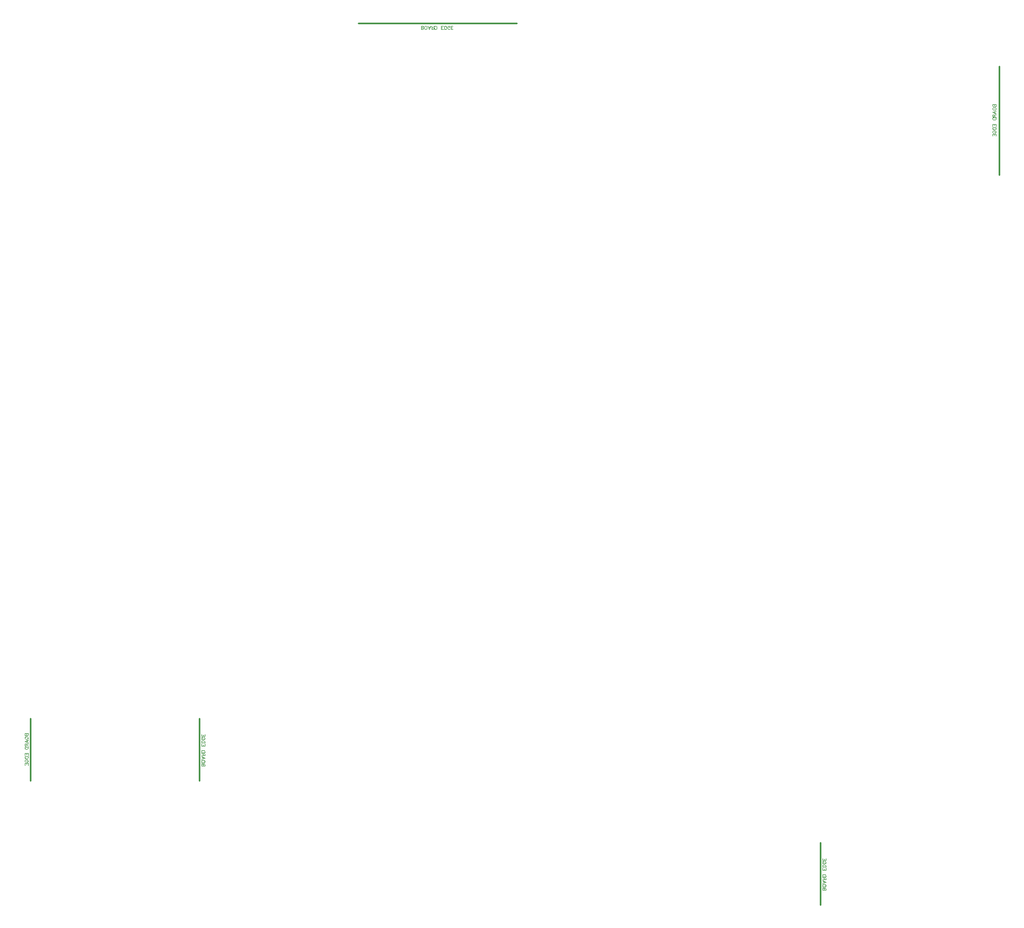
<source format=gbr>
G04 DipTrace 3.3.1.3*
G04 BottomAssy.gbr*
%MOIN*%
G04 #@! TF.FileFunction,Drawing,Bot*
G04 #@! TF.Part,Single*
%ADD10C,0.009843*%
%ADD97C,0.003088*%
%FSLAX26Y26*%
G04*
G70*
G90*
G75*
G01*
G04 BotAssy*
%LPD*%
X7814177Y6248031D2*
D10*
Y5589764D1*
X2983861Y1929528D2*
Y2308268D1*
X3945276Y6509058D2*
X4902756D1*
X1964171Y2308268D2*
Y1929528D1*
X6733861Y1179528D2*
Y1558268D1*
X7775878Y6018364D2*
D97*
X7795974D1*
Y6009742D1*
X7795001Y6006868D1*
X7794051Y6005917D1*
X7792149Y6004966D1*
X7789275D1*
X7787352Y6005917D1*
X7786401Y6006868D1*
X7785451Y6009742D1*
X7784478Y6006868D1*
X7783527Y6005917D1*
X7781626Y6004966D1*
X7779703D1*
X7777801Y6005917D1*
X7776829Y6006868D1*
X7775878Y6009742D1*
Y6018364D1*
X7785451D2*
Y6009742D1*
X7775878Y5993043D2*
X7776829Y5994966D1*
X7778752Y5996867D1*
X7780653Y5997840D1*
X7783527Y5998791D1*
X7788325D1*
X7791177Y5997840D1*
X7793100Y5996867D1*
X7795001Y5994966D1*
X7795974Y5993043D1*
Y5989218D1*
X7795001Y5987317D1*
X7793100Y5985393D1*
X7791177Y5984443D1*
X7788325Y5983492D1*
X7783527D1*
X7780653Y5984443D1*
X7778752Y5985393D1*
X7776829Y5987317D1*
X7775878Y5989218D1*
Y5993043D1*
X7795974Y5961996D2*
X7775878Y5969667D1*
X7795974Y5977316D1*
X7789275Y5974442D2*
Y5964870D1*
X7785451Y5955820D2*
Y5947220D1*
X7784478Y5944346D1*
X7783527Y5943373D1*
X7781626Y5942423D1*
X7779703D1*
X7777801Y5943373D1*
X7776829Y5944346D1*
X7775878Y5947220D1*
Y5955820D1*
X7795974D1*
X7785451Y5949121D2*
X7795974Y5942423D1*
X7775878Y5936247D2*
X7795974D1*
Y5929548D1*
X7795001Y5926674D1*
X7793100Y5924751D1*
X7791177Y5923800D1*
X7788325Y5922849D1*
X7783527D1*
X7780653Y5923800D1*
X7778752Y5924751D1*
X7776829Y5926674D1*
X7775878Y5929548D1*
Y5936247D1*
Y5884809D2*
Y5897233D1*
X7795974D1*
Y5884809D1*
X7785451Y5897233D2*
Y5889584D1*
X7775878Y5878633D2*
X7795974D1*
Y5871934D1*
X7795001Y5869060D1*
X7793100Y5867137D1*
X7791177Y5866186D1*
X7788325Y5865236D1*
X7783527D1*
X7780653Y5866186D1*
X7778752Y5867137D1*
X7776829Y5869060D1*
X7775878Y5871934D1*
Y5878633D1*
X7780653Y5844712D2*
X7778752Y5845663D1*
X7776829Y5847586D1*
X7775878Y5849487D1*
Y5853312D1*
X7776829Y5855235D1*
X7778752Y5857137D1*
X7780653Y5858109D1*
X7783527Y5859060D1*
X7788325D1*
X7791177Y5858109D1*
X7793100Y5857137D1*
X7795001Y5855235D1*
X7795974Y5853312D1*
Y5849487D1*
X7795001Y5847586D1*
X7793100Y5845663D1*
X7791177Y5844712D1*
X7788325D1*
Y5849487D1*
X7775878Y5826112D2*
Y5838536D1*
X7795974D1*
Y5826112D1*
X7785451Y5838536D2*
Y5830887D1*
X3017232Y2020431D2*
X2997136D1*
Y2029053D1*
X2998109Y2031927D1*
X2999060Y2032878D1*
X3000961Y2033828D1*
X3003835D1*
X3005758Y2032878D1*
X3006709Y2031927D1*
X3007660Y2029053D1*
X3008632Y2031927D1*
X3009583Y2032878D1*
X3011484Y2033828D1*
X3013408D1*
X3015309Y2032878D1*
X3016282Y2031927D1*
X3017232Y2029053D1*
Y2020431D1*
X3007660D2*
Y2029053D1*
X3017232Y2045752D2*
X3016282Y2043829D1*
X3014358Y2041927D1*
X3012457Y2040954D1*
X3009583Y2040004D1*
X3004786D1*
X3001934Y2040954D1*
X3000010Y2041927D1*
X2998109Y2043829D1*
X2997136Y2045752D1*
Y2049577D1*
X2998109Y2051478D1*
X3000010Y2053401D1*
X3001934Y2054352D1*
X3004786Y2055302D1*
X3009583D1*
X3012457Y2054352D1*
X3014358Y2053401D1*
X3016282Y2051478D1*
X3017232Y2049577D1*
Y2045752D1*
X2997136Y2076799D2*
X3017232Y2069127D1*
X2997136Y2061478D1*
X3003835Y2064352D2*
Y2073925D1*
X3007660Y2082975D2*
Y2091575D1*
X3008632Y2094449D1*
X3009583Y2095421D1*
X3011484Y2096372D1*
X3013408D1*
X3015309Y2095421D1*
X3016282Y2094449D1*
X3017232Y2091575D1*
Y2082975D1*
X2997136D1*
X3007660Y2089673D2*
X2997136Y2096372D1*
X3017232Y2102548D2*
X2997136D1*
Y2109246D1*
X2998109Y2112120D1*
X3000010Y2114044D1*
X3001934Y2114994D1*
X3004786Y2115945D1*
X3009583D1*
X3012457Y2114994D1*
X3014358Y2114044D1*
X3016282Y2112120D1*
X3017232Y2109246D1*
Y2102548D1*
Y2153986D2*
Y2141561D1*
X2997136D1*
Y2153986D1*
X3007660Y2141561D2*
Y2149210D1*
X3017232Y2160161D2*
X2997136D1*
Y2166860D1*
X2998109Y2169734D1*
X3000010Y2171657D1*
X3001934Y2172608D1*
X3004786Y2173559D1*
X3009583D1*
X3012457Y2172608D1*
X3014358Y2171657D1*
X3016282Y2169734D1*
X3017232Y2166860D1*
Y2160161D1*
X3012457Y2194082D2*
X3014358Y2193132D1*
X3016282Y2191208D1*
X3017232Y2189307D1*
Y2185482D1*
X3016282Y2183559D1*
X3014358Y2181658D1*
X3012457Y2180685D1*
X3009583Y2179734D1*
X3004786D1*
X3001934Y2180685D1*
X3000010Y2181658D1*
X2998109Y2183559D1*
X2997136Y2185482D1*
Y2189307D1*
X2998109Y2191208D1*
X3000010Y2193132D1*
X3001934Y2194082D1*
X3004786D1*
Y2189307D1*
X3017232Y2212682D2*
Y2200258D1*
X2997136D1*
Y2212682D1*
X3007660Y2200258D2*
Y2207907D1*
X4324532Y6470760D2*
Y6490856D1*
X4333154D1*
X4336028Y6489883D1*
X4336979Y6488932D1*
X4337929Y6487031D1*
Y6484157D1*
X4336979Y6482234D1*
X4336028Y6481283D1*
X4333154Y6480333D1*
X4336028Y6479360D1*
X4336979Y6478409D1*
X4337929Y6476508D1*
Y6474585D1*
X4336979Y6472683D1*
X4336028Y6471711D1*
X4333154Y6470760D1*
X4324532D1*
Y6480333D2*
X4333154D1*
X4349853Y6470760D2*
X4347930Y6471711D1*
X4346028Y6473634D1*
X4345056Y6475535D1*
X4344105Y6478409D1*
Y6483207D1*
X4345056Y6486058D1*
X4346028Y6487982D1*
X4347930Y6489883D1*
X4349853Y6490856D1*
X4353678D1*
X4355579Y6489883D1*
X4357502Y6487982D1*
X4358453Y6486058D1*
X4359403Y6483207D1*
Y6478409D1*
X4358453Y6475535D1*
X4357502Y6473634D1*
X4355579Y6471711D1*
X4353678Y6470760D1*
X4349853D1*
X4380900Y6490856D2*
X4373228Y6470760D1*
X4365579Y6490856D1*
X4368453Y6484157D2*
X4378026D1*
X4387076Y6480333D2*
X4395676D1*
X4398550Y6479360D1*
X4399522Y6478409D1*
X4400473Y6476508D1*
Y6474585D1*
X4399522Y6472683D1*
X4398550Y6471711D1*
X4395676Y6470760D1*
X4387076D1*
Y6490856D1*
X4393774Y6480333D2*
X4400473Y6490856D1*
X4406649Y6470760D2*
Y6490856D1*
X4413347D1*
X4416221Y6489883D1*
X4418145Y6487982D1*
X4419095Y6486058D1*
X4420046Y6483207D1*
Y6478409D1*
X4419095Y6475535D1*
X4418145Y6473634D1*
X4416221Y6471711D1*
X4413347Y6470760D1*
X4406649D1*
X4458087D2*
X4445662D1*
Y6490856D1*
X4458087D1*
X4445662Y6480333D2*
X4453311D1*
X4464262Y6470760D2*
Y6490856D1*
X4470961D1*
X4473835Y6489883D1*
X4475758Y6487982D1*
X4476709Y6486058D1*
X4477660Y6483207D1*
Y6478409D1*
X4476709Y6475535D1*
X4475758Y6473634D1*
X4473835Y6471711D1*
X4470961Y6470760D1*
X4464262D1*
X4498183Y6475535D2*
X4497233Y6473634D1*
X4495309Y6471711D1*
X4493408Y6470760D1*
X4489583D1*
X4487660Y6471711D1*
X4485759Y6473634D1*
X4484786Y6475535D1*
X4483835Y6478409D1*
Y6483207D1*
X4484786Y6486059D1*
X4485759Y6487982D1*
X4487660Y6489883D1*
X4489583Y6490856D1*
X4493408D1*
X4495309Y6489883D1*
X4497233Y6487982D1*
X4498183Y6486059D1*
Y6483207D1*
X4493408D1*
X4516784Y6470760D2*
X4504359D1*
Y6490856D1*
X4516784D1*
X4504359Y6480333D2*
X4512008D1*
X1930799Y2217364D2*
X1950895D1*
Y2208742D1*
X1949922Y2205868D1*
X1948972Y2204918D1*
X1947071Y2203967D1*
X1944197D1*
X1942273Y2204918D1*
X1941323Y2205868D1*
X1940372Y2208742D1*
X1939399Y2205868D1*
X1938449Y2204918D1*
X1936547Y2203967D1*
X1934624D1*
X1932723Y2204918D1*
X1931750Y2205868D1*
X1930799Y2208742D1*
Y2217364D1*
X1940372D2*
Y2208742D1*
X1930799Y2192043D2*
X1931750Y2193967D1*
X1933673Y2195868D1*
X1935575Y2196841D1*
X1938449Y2197791D1*
X1943246D1*
X1946098Y2196841D1*
X1948021Y2195868D1*
X1949922Y2193967D1*
X1950895Y2192043D1*
Y2188219D1*
X1949922Y2186317D1*
X1948021Y2184394D1*
X1946098Y2183443D1*
X1943246Y2182493D1*
X1938449D1*
X1935575Y2183443D1*
X1933673Y2184394D1*
X1931750Y2186317D1*
X1930799Y2188219D1*
Y2192043D1*
X1950895Y2160996D2*
X1930799Y2168668D1*
X1950895Y2176317D1*
X1944197Y2173443D2*
Y2163870D1*
X1940372Y2154821D2*
Y2146221D1*
X1939399Y2143347D1*
X1938449Y2142374D1*
X1936547Y2141423D1*
X1934624D1*
X1932723Y2142374D1*
X1931750Y2143347D1*
X1930799Y2146221D1*
Y2154821D1*
X1950895D1*
X1940372Y2148122D2*
X1950895Y2141423D1*
X1930799Y2135248D2*
X1950895D1*
Y2128549D1*
X1949922Y2125675D1*
X1948021Y2123752D1*
X1946098Y2122801D1*
X1943246Y2121850D1*
X1938449D1*
X1935575Y2122801D1*
X1933673Y2123752D1*
X1931750Y2125675D1*
X1930799Y2128549D1*
Y2135248D1*
Y2083810D2*
Y2096234D1*
X1950895D1*
Y2083810D1*
X1940372Y2096234D2*
Y2088585D1*
X1930799Y2077634D2*
X1950895D1*
Y2070935D1*
X1949923Y2068061D1*
X1948021Y2066138D1*
X1946098Y2065187D1*
X1943246Y2064237D1*
X1938449D1*
X1935575Y2065187D1*
X1933673Y2066138D1*
X1931750Y2068061D1*
X1930799Y2070935D1*
Y2077634D1*
X1935575Y2043713D2*
X1933673Y2044664D1*
X1931750Y2046587D1*
X1930799Y2048488D1*
Y2052313D1*
X1931750Y2054236D1*
X1933673Y2056138D1*
X1935575Y2057110D1*
X1938449Y2058061D1*
X1943246D1*
X1946098Y2057110D1*
X1948021Y2056138D1*
X1949923Y2054236D1*
X1950895Y2052313D1*
Y2048488D1*
X1949923Y2046587D1*
X1948021Y2044664D1*
X1946098Y2043713D1*
X1943246D1*
Y2048488D1*
X1930799Y2025113D2*
Y2037537D1*
X1950895D1*
Y2025113D1*
X1940372Y2037537D2*
Y2029888D1*
X6767232Y1270431D2*
X6747136D1*
Y1279053D1*
X6748109Y1281927D1*
X6749060Y1282878D1*
X6750961Y1283828D1*
X6753835D1*
X6755758Y1282878D1*
X6756709Y1281927D1*
X6757660Y1279053D1*
X6758632Y1281927D1*
X6759583Y1282878D1*
X6761484Y1283828D1*
X6763408D1*
X6765309Y1282878D1*
X6766282Y1281927D1*
X6767232Y1279053D1*
Y1270431D1*
X6757660D2*
Y1279053D1*
X6767232Y1295752D2*
X6766282Y1293829D1*
X6764358Y1291927D1*
X6762457Y1290954D1*
X6759583Y1290004D1*
X6754786D1*
X6751934Y1290954D1*
X6750010Y1291927D1*
X6748109Y1293829D1*
X6747136Y1295752D1*
Y1299577D1*
X6748109Y1301478D1*
X6750010Y1303401D1*
X6751934Y1304352D1*
X6754786Y1305302D1*
X6759583D1*
X6762457Y1304352D1*
X6764358Y1303401D1*
X6766282Y1301478D1*
X6767232Y1299577D1*
Y1295752D1*
X6747136Y1326799D2*
X6767232Y1319127D1*
X6747136Y1311478D1*
X6753835Y1314352D2*
Y1323925D1*
X6757660Y1332975D2*
Y1341575D1*
X6758632Y1344449D1*
X6759583Y1345421D1*
X6761484Y1346372D1*
X6763408D1*
X6765309Y1345421D1*
X6766282Y1344449D1*
X6767232Y1341575D1*
Y1332975D1*
X6747136D1*
X6757660Y1339673D2*
X6747136Y1346372D1*
X6767232Y1352548D2*
X6747136D1*
Y1359246D1*
X6748109Y1362120D1*
X6750010Y1364044D1*
X6751934Y1364994D1*
X6754786Y1365945D1*
X6759583D1*
X6762457Y1364994D1*
X6764358Y1364044D1*
X6766282Y1362120D1*
X6767232Y1359246D1*
Y1352548D1*
Y1403986D2*
Y1391561D1*
X6747136D1*
Y1403986D1*
X6757660Y1391561D2*
Y1399210D1*
X6767232Y1410161D2*
X6747136D1*
Y1416860D1*
X6748109Y1419734D1*
X6750010Y1421657D1*
X6751934Y1422608D1*
X6754786Y1423559D1*
X6759583D1*
X6762457Y1422608D1*
X6764358Y1421657D1*
X6766282Y1419734D1*
X6767232Y1416860D1*
Y1410161D1*
X6762457Y1444082D2*
X6764358Y1443132D1*
X6766282Y1441208D1*
X6767232Y1439307D1*
Y1435482D1*
X6766282Y1433559D1*
X6764358Y1431658D1*
X6762457Y1430685D1*
X6759583Y1429734D1*
X6754786D1*
X6751934Y1430685D1*
X6750010Y1431658D1*
X6748109Y1433559D1*
X6747136Y1435482D1*
Y1439307D1*
X6748109Y1441208D1*
X6750010Y1443132D1*
X6751934Y1444082D1*
X6754786D1*
Y1439307D1*
X6767232Y1462682D2*
Y1450258D1*
X6747136D1*
Y1462682D1*
X6757660Y1450258D2*
Y1457907D1*
M02*

</source>
